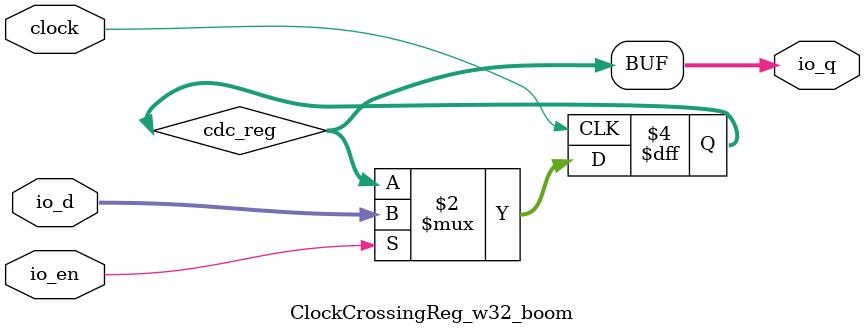
<source format=sv>
`ifndef RANDOMIZE
  `ifdef RANDOMIZE_REG_INIT
    `define RANDOMIZE
  `endif // RANDOMIZE_REG_INIT
`endif // not def RANDOMIZE
`ifndef RANDOMIZE
  `ifdef RANDOMIZE_MEM_INIT
    `define RANDOMIZE
  `endif // RANDOMIZE_MEM_INIT
`endif // not def RANDOMIZE

`ifndef RANDOM
  `define RANDOM $random
`endif // not def RANDOM

// Users can define 'PRINTF_COND' to add an extra gate to prints.
`ifndef PRINTF_COND_
  `ifdef PRINTF_COND
    `define PRINTF_COND_ (`PRINTF_COND)
  `else  // PRINTF_COND
    `define PRINTF_COND_ 1
  `endif // PRINTF_COND
`endif // not def PRINTF_COND_

// Users can define 'ASSERT_VERBOSE_COND' to add an extra gate to assert error printing.
`ifndef ASSERT_VERBOSE_COND_
  `ifdef ASSERT_VERBOSE_COND
    `define ASSERT_VERBOSE_COND_ (`ASSERT_VERBOSE_COND)
  `else  // ASSERT_VERBOSE_COND
    `define ASSERT_VERBOSE_COND_ 1
  `endif // ASSERT_VERBOSE_COND
`endif // not def ASSERT_VERBOSE_COND_

// Users can define 'STOP_COND' to add an extra gate to stop conditions.
`ifndef STOP_COND_
  `ifdef STOP_COND
    `define STOP_COND_ (`STOP_COND)
  `else  // STOP_COND
    `define STOP_COND_ 1
  `endif // STOP_COND
`endif // not def STOP_COND_

// Users can define INIT_RANDOM as general code that gets injected into the
// initializer block for modules with registers.
`ifndef INIT_RANDOM
  `define INIT_RANDOM
`endif // not def INIT_RANDOM

// If using random initialization, you can also define RANDOMIZE_DELAY to
// customize the delay used, otherwise 0.002 is used.
`ifndef RANDOMIZE_DELAY
  `define RANDOMIZE_DELAY 0.002
`endif // not def RANDOMIZE_DELAY

// Define INIT_RANDOM_PROLOG_ for use in our modules below.
`ifndef INIT_RANDOM_PROLOG_
  `ifdef RANDOMIZE
    `ifdef VERILATOR
      `define INIT_RANDOM_PROLOG_ `INIT_RANDOM
    `else  // VERILATOR
      `define INIT_RANDOM_PROLOG_ `INIT_RANDOM #`RANDOMIZE_DELAY begin end
    `endif // VERILATOR
  `else  // RANDOMIZE
    `define INIT_RANDOM_PROLOG_
  `endif // RANDOMIZE
`endif // not def INIT_RANDOM_PROLOG_

module ClockCrossingReg_w32_boom(
  input         clock,
  input  [31:0] io_d,
  input         io_en,
  output [31:0] io_q
);

  reg [31:0] cdc_reg;	// @[Reg.scala:19:16]
  always @(posedge clock) begin
    if (io_en)
      cdc_reg <= io_d;	// @[Reg.scala:19:16]
  end // always @(posedge)
  `ifndef SYNTHESIS
    `ifdef FIRRTL_BEFORE_INITIAL
      `FIRRTL_BEFORE_INITIAL
    `endif // FIRRTL_BEFORE_INITIAL
    logic [31:0] _RANDOM_0;
    initial begin
      `ifdef INIT_RANDOM_PROLOG_
        `INIT_RANDOM_PROLOG_
      `endif // INIT_RANDOM_PROLOG_
      `ifdef RANDOMIZE_REG_INIT
        _RANDOM_0 = `RANDOM;
        cdc_reg = _RANDOM_0;	// @[Reg.scala:19:16]
      `endif // RANDOMIZE_REG_INIT
    end // initial
    `ifdef FIRRTL_AFTER_INITIAL
      `FIRRTL_AFTER_INITIAL
    `endif // FIRRTL_AFTER_INITIAL
  `endif // not def SYNTHESIS
  assign io_q = cdc_reg;	// @[Reg.scala:19:16]
endmodule


</source>
